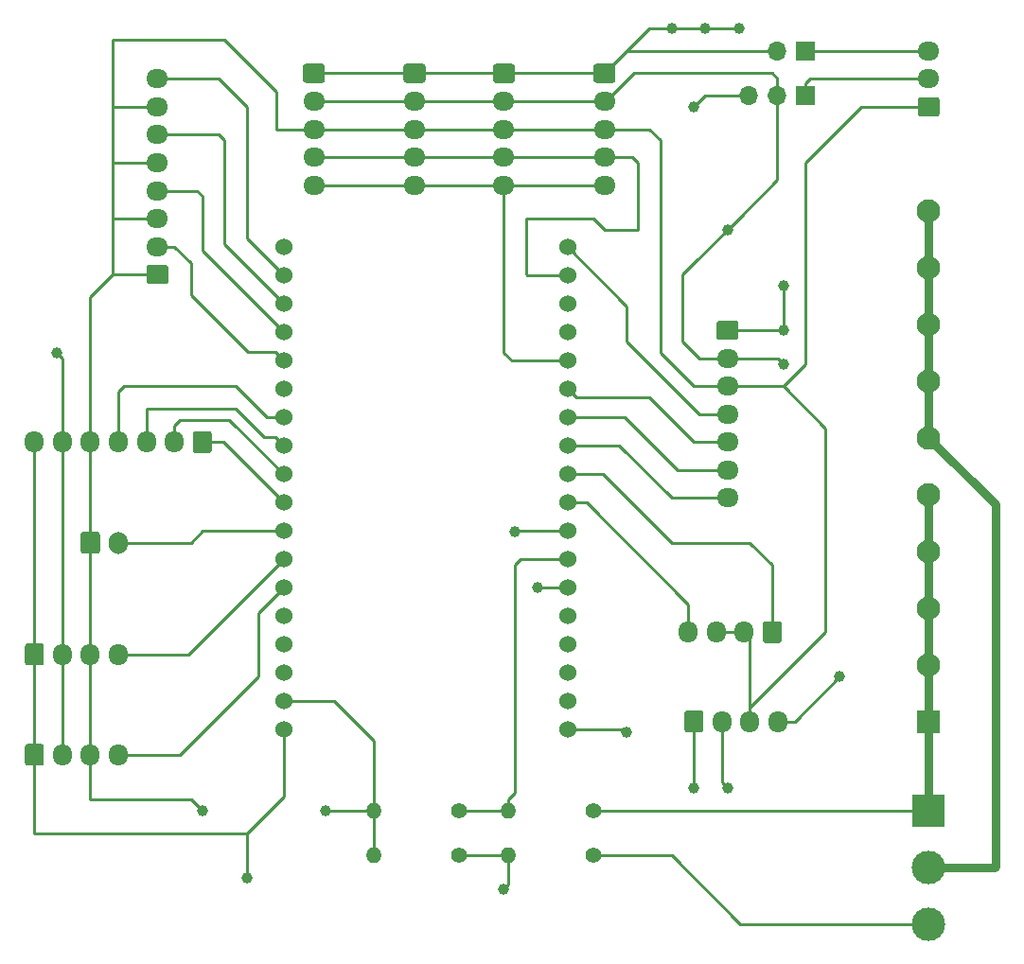
<source format=gbr>
G04 #@! TF.GenerationSoftware,KiCad,Pcbnew,(5.1.2)-2*
G04 #@! TF.CreationDate,2023-01-01T21:34:04+01:00*
G04 #@! TF.ProjectId,greenhouse,67726565-6e68-46f7-9573-652e6b696361,rev?*
G04 #@! TF.SameCoordinates,Original*
G04 #@! TF.FileFunction,Copper,L1,Top*
G04 #@! TF.FilePolarity,Positive*
%FSLAX46Y46*%
G04 Gerber Fmt 4.6, Leading zero omitted, Abs format (unit mm)*
G04 Created by KiCad (PCBNEW (5.1.2)-2) date 2023-01-01 21:34:04*
%MOMM*%
%LPD*%
G04 APERTURE LIST*
%ADD10O,1.700000X1.950000*%
%ADD11C,0.100000*%
%ADD12C,1.700000*%
%ADD13O,1.950000X1.700000*%
%ADD14O,1.400000X1.400000*%
%ADD15C,1.400000*%
%ADD16O,1.700000X1.700000*%
%ADD17R,1.700000X1.700000*%
%ADD18C,1.524000*%
%ADD19C,2.100000*%
%ADD20R,2.100000X2.100000*%
%ADD21O,1.700000X2.000000*%
%ADD22C,3.000000*%
%ADD23R,3.000000X3.000000*%
%ADD24C,1.000000*%
%ADD25C,0.250000*%
%ADD26C,0.800000*%
G04 APERTURE END LIST*
D10*
X175500000Y-121000000D03*
X173000000Y-121000000D03*
X170500000Y-121000000D03*
D11*
G36*
X168624504Y-120026204D02*
G01*
X168648773Y-120029804D01*
X168672571Y-120035765D01*
X168695671Y-120044030D01*
X168717849Y-120054520D01*
X168738893Y-120067133D01*
X168758598Y-120081747D01*
X168776777Y-120098223D01*
X168793253Y-120116402D01*
X168807867Y-120136107D01*
X168820480Y-120157151D01*
X168830970Y-120179329D01*
X168839235Y-120202429D01*
X168845196Y-120226227D01*
X168848796Y-120250496D01*
X168850000Y-120275000D01*
X168850000Y-121725000D01*
X168848796Y-121749504D01*
X168845196Y-121773773D01*
X168839235Y-121797571D01*
X168830970Y-121820671D01*
X168820480Y-121842849D01*
X168807867Y-121863893D01*
X168793253Y-121883598D01*
X168776777Y-121901777D01*
X168758598Y-121918253D01*
X168738893Y-121932867D01*
X168717849Y-121945480D01*
X168695671Y-121955970D01*
X168672571Y-121964235D01*
X168648773Y-121970196D01*
X168624504Y-121973796D01*
X168600000Y-121975000D01*
X167400000Y-121975000D01*
X167375496Y-121973796D01*
X167351227Y-121970196D01*
X167327429Y-121964235D01*
X167304329Y-121955970D01*
X167282151Y-121945480D01*
X167261107Y-121932867D01*
X167241402Y-121918253D01*
X167223223Y-121901777D01*
X167206747Y-121883598D01*
X167192133Y-121863893D01*
X167179520Y-121842849D01*
X167169030Y-121820671D01*
X167160765Y-121797571D01*
X167154804Y-121773773D01*
X167151204Y-121749504D01*
X167150000Y-121725000D01*
X167150000Y-120275000D01*
X167151204Y-120250496D01*
X167154804Y-120226227D01*
X167160765Y-120202429D01*
X167169030Y-120179329D01*
X167179520Y-120157151D01*
X167192133Y-120136107D01*
X167206747Y-120116402D01*
X167223223Y-120098223D01*
X167241402Y-120081747D01*
X167261107Y-120067133D01*
X167282151Y-120054520D01*
X167304329Y-120044030D01*
X167327429Y-120035765D01*
X167351227Y-120029804D01*
X167375496Y-120026204D01*
X167400000Y-120025000D01*
X168600000Y-120025000D01*
X168624504Y-120026204D01*
X168624504Y-120026204D01*
G37*
D12*
X168000000Y-121000000D03*
D13*
X120000000Y-63500000D03*
X120000000Y-66000000D03*
X120000000Y-68500000D03*
X120000000Y-71000000D03*
X120000000Y-73500000D03*
X120000000Y-76000000D03*
X120000000Y-78500000D03*
D11*
G36*
X120749504Y-80151204D02*
G01*
X120773773Y-80154804D01*
X120797571Y-80160765D01*
X120820671Y-80169030D01*
X120842849Y-80179520D01*
X120863893Y-80192133D01*
X120883598Y-80206747D01*
X120901777Y-80223223D01*
X120918253Y-80241402D01*
X120932867Y-80261107D01*
X120945480Y-80282151D01*
X120955970Y-80304329D01*
X120964235Y-80327429D01*
X120970196Y-80351227D01*
X120973796Y-80375496D01*
X120975000Y-80400000D01*
X120975000Y-81600000D01*
X120973796Y-81624504D01*
X120970196Y-81648773D01*
X120964235Y-81672571D01*
X120955970Y-81695671D01*
X120945480Y-81717849D01*
X120932867Y-81738893D01*
X120918253Y-81758598D01*
X120901777Y-81776777D01*
X120883598Y-81793253D01*
X120863893Y-81807867D01*
X120842849Y-81820480D01*
X120820671Y-81830970D01*
X120797571Y-81839235D01*
X120773773Y-81845196D01*
X120749504Y-81848796D01*
X120725000Y-81850000D01*
X119275000Y-81850000D01*
X119250496Y-81848796D01*
X119226227Y-81845196D01*
X119202429Y-81839235D01*
X119179329Y-81830970D01*
X119157151Y-81820480D01*
X119136107Y-81807867D01*
X119116402Y-81793253D01*
X119098223Y-81776777D01*
X119081747Y-81758598D01*
X119067133Y-81738893D01*
X119054520Y-81717849D01*
X119044030Y-81695671D01*
X119035765Y-81672571D01*
X119029804Y-81648773D01*
X119026204Y-81624504D01*
X119025000Y-81600000D01*
X119025000Y-80400000D01*
X119026204Y-80375496D01*
X119029804Y-80351227D01*
X119035765Y-80327429D01*
X119044030Y-80304329D01*
X119054520Y-80282151D01*
X119067133Y-80261107D01*
X119081747Y-80241402D01*
X119098223Y-80223223D01*
X119116402Y-80206747D01*
X119136107Y-80192133D01*
X119157151Y-80179520D01*
X119179329Y-80169030D01*
X119202429Y-80160765D01*
X119226227Y-80154804D01*
X119250496Y-80151204D01*
X119275000Y-80150000D01*
X120725000Y-80150000D01*
X120749504Y-80151204D01*
X120749504Y-80151204D01*
G37*
D12*
X120000000Y-81000000D03*
D14*
X151380000Y-133000000D03*
D15*
X159000000Y-133000000D03*
D16*
X172920000Y-65000000D03*
X175460000Y-65000000D03*
D17*
X178000000Y-65000000D03*
D13*
X189000000Y-61000000D03*
X189000000Y-63500000D03*
D11*
G36*
X189749504Y-65151204D02*
G01*
X189773773Y-65154804D01*
X189797571Y-65160765D01*
X189820671Y-65169030D01*
X189842849Y-65179520D01*
X189863893Y-65192133D01*
X189883598Y-65206747D01*
X189901777Y-65223223D01*
X189918253Y-65241402D01*
X189932867Y-65261107D01*
X189945480Y-65282151D01*
X189955970Y-65304329D01*
X189964235Y-65327429D01*
X189970196Y-65351227D01*
X189973796Y-65375496D01*
X189975000Y-65400000D01*
X189975000Y-66600000D01*
X189973796Y-66624504D01*
X189970196Y-66648773D01*
X189964235Y-66672571D01*
X189955970Y-66695671D01*
X189945480Y-66717849D01*
X189932867Y-66738893D01*
X189918253Y-66758598D01*
X189901777Y-66776777D01*
X189883598Y-66793253D01*
X189863893Y-66807867D01*
X189842849Y-66820480D01*
X189820671Y-66830970D01*
X189797571Y-66839235D01*
X189773773Y-66845196D01*
X189749504Y-66848796D01*
X189725000Y-66850000D01*
X188275000Y-66850000D01*
X188250496Y-66848796D01*
X188226227Y-66845196D01*
X188202429Y-66839235D01*
X188179329Y-66830970D01*
X188157151Y-66820480D01*
X188136107Y-66807867D01*
X188116402Y-66793253D01*
X188098223Y-66776777D01*
X188081747Y-66758598D01*
X188067133Y-66738893D01*
X188054520Y-66717849D01*
X188044030Y-66695671D01*
X188035765Y-66672571D01*
X188029804Y-66648773D01*
X188026204Y-66624504D01*
X188025000Y-66600000D01*
X188025000Y-65400000D01*
X188026204Y-65375496D01*
X188029804Y-65351227D01*
X188035765Y-65327429D01*
X188044030Y-65304329D01*
X188054520Y-65282151D01*
X188067133Y-65261107D01*
X188081747Y-65241402D01*
X188098223Y-65223223D01*
X188116402Y-65206747D01*
X188136107Y-65192133D01*
X188157151Y-65179520D01*
X188179329Y-65169030D01*
X188202429Y-65160765D01*
X188226227Y-65154804D01*
X188250496Y-65151204D01*
X188275000Y-65150000D01*
X189725000Y-65150000D01*
X189749504Y-65151204D01*
X189749504Y-65151204D01*
G37*
D12*
X189000000Y-66000000D03*
D18*
X131300000Y-121720000D03*
X156700000Y-121720000D03*
X156700000Y-119180000D03*
X131300000Y-119180000D03*
X156700000Y-78540000D03*
X156700000Y-81080000D03*
X156700000Y-83620000D03*
X156700000Y-86160000D03*
X156700000Y-88700000D03*
X156700000Y-91240000D03*
X156700000Y-93780000D03*
X156700000Y-96320000D03*
X156700000Y-98860000D03*
X156700000Y-101400000D03*
X156700000Y-103940000D03*
X156700000Y-106480000D03*
X156700000Y-109020000D03*
X156700000Y-111560000D03*
X156700000Y-114100000D03*
X156700000Y-116640000D03*
X131300000Y-116640000D03*
X131300000Y-114100000D03*
X131300000Y-111560000D03*
X131300000Y-109020000D03*
X131300000Y-106480000D03*
X131300000Y-103940000D03*
X131300000Y-101400000D03*
X131300000Y-98860000D03*
X131300000Y-96320000D03*
X131300000Y-93780000D03*
X131300000Y-91240000D03*
X131300000Y-88700000D03*
X131300000Y-86160000D03*
X131300000Y-83620000D03*
X131300000Y-81080000D03*
X131300000Y-78540000D03*
D16*
X175460000Y-61000000D03*
D17*
X178000000Y-61000000D03*
D14*
X139380000Y-133000000D03*
D15*
X147000000Y-133000000D03*
D14*
X139380000Y-129000000D03*
D15*
X147000000Y-129000000D03*
D14*
X151380000Y-129000000D03*
D15*
X159000000Y-129000000D03*
D19*
X189000000Y-75280000D03*
X189000000Y-80360000D03*
X189000000Y-85440000D03*
X189000000Y-90520000D03*
X189000000Y-95600000D03*
X189000000Y-100680000D03*
X189000000Y-105760000D03*
X189000000Y-110840000D03*
X189000000Y-115920000D03*
D20*
X189000000Y-121000000D03*
D13*
X160000000Y-73000000D03*
X160000000Y-70500000D03*
X160000000Y-68000000D03*
X160000000Y-65500000D03*
D11*
G36*
X160749504Y-62151204D02*
G01*
X160773773Y-62154804D01*
X160797571Y-62160765D01*
X160820671Y-62169030D01*
X160842849Y-62179520D01*
X160863893Y-62192133D01*
X160883598Y-62206747D01*
X160901777Y-62223223D01*
X160918253Y-62241402D01*
X160932867Y-62261107D01*
X160945480Y-62282151D01*
X160955970Y-62304329D01*
X160964235Y-62327429D01*
X160970196Y-62351227D01*
X160973796Y-62375496D01*
X160975000Y-62400000D01*
X160975000Y-63600000D01*
X160973796Y-63624504D01*
X160970196Y-63648773D01*
X160964235Y-63672571D01*
X160955970Y-63695671D01*
X160945480Y-63717849D01*
X160932867Y-63738893D01*
X160918253Y-63758598D01*
X160901777Y-63776777D01*
X160883598Y-63793253D01*
X160863893Y-63807867D01*
X160842849Y-63820480D01*
X160820671Y-63830970D01*
X160797571Y-63839235D01*
X160773773Y-63845196D01*
X160749504Y-63848796D01*
X160725000Y-63850000D01*
X159275000Y-63850000D01*
X159250496Y-63848796D01*
X159226227Y-63845196D01*
X159202429Y-63839235D01*
X159179329Y-63830970D01*
X159157151Y-63820480D01*
X159136107Y-63807867D01*
X159116402Y-63793253D01*
X159098223Y-63776777D01*
X159081747Y-63758598D01*
X159067133Y-63738893D01*
X159054520Y-63717849D01*
X159044030Y-63695671D01*
X159035765Y-63672571D01*
X159029804Y-63648773D01*
X159026204Y-63624504D01*
X159025000Y-63600000D01*
X159025000Y-62400000D01*
X159026204Y-62375496D01*
X159029804Y-62351227D01*
X159035765Y-62327429D01*
X159044030Y-62304329D01*
X159054520Y-62282151D01*
X159067133Y-62261107D01*
X159081747Y-62241402D01*
X159098223Y-62223223D01*
X159116402Y-62206747D01*
X159136107Y-62192133D01*
X159157151Y-62179520D01*
X159179329Y-62169030D01*
X159202429Y-62160765D01*
X159226227Y-62154804D01*
X159250496Y-62151204D01*
X159275000Y-62150000D01*
X160725000Y-62150000D01*
X160749504Y-62151204D01*
X160749504Y-62151204D01*
G37*
D12*
X160000000Y-63000000D03*
D13*
X134000000Y-73000000D03*
X134000000Y-70500000D03*
X134000000Y-68000000D03*
X134000000Y-65500000D03*
D11*
G36*
X134749504Y-62151204D02*
G01*
X134773773Y-62154804D01*
X134797571Y-62160765D01*
X134820671Y-62169030D01*
X134842849Y-62179520D01*
X134863893Y-62192133D01*
X134883598Y-62206747D01*
X134901777Y-62223223D01*
X134918253Y-62241402D01*
X134932867Y-62261107D01*
X134945480Y-62282151D01*
X134955970Y-62304329D01*
X134964235Y-62327429D01*
X134970196Y-62351227D01*
X134973796Y-62375496D01*
X134975000Y-62400000D01*
X134975000Y-63600000D01*
X134973796Y-63624504D01*
X134970196Y-63648773D01*
X134964235Y-63672571D01*
X134955970Y-63695671D01*
X134945480Y-63717849D01*
X134932867Y-63738893D01*
X134918253Y-63758598D01*
X134901777Y-63776777D01*
X134883598Y-63793253D01*
X134863893Y-63807867D01*
X134842849Y-63820480D01*
X134820671Y-63830970D01*
X134797571Y-63839235D01*
X134773773Y-63845196D01*
X134749504Y-63848796D01*
X134725000Y-63850000D01*
X133275000Y-63850000D01*
X133250496Y-63848796D01*
X133226227Y-63845196D01*
X133202429Y-63839235D01*
X133179329Y-63830970D01*
X133157151Y-63820480D01*
X133136107Y-63807867D01*
X133116402Y-63793253D01*
X133098223Y-63776777D01*
X133081747Y-63758598D01*
X133067133Y-63738893D01*
X133054520Y-63717849D01*
X133044030Y-63695671D01*
X133035765Y-63672571D01*
X133029804Y-63648773D01*
X133026204Y-63624504D01*
X133025000Y-63600000D01*
X133025000Y-62400000D01*
X133026204Y-62375496D01*
X133029804Y-62351227D01*
X133035765Y-62327429D01*
X133044030Y-62304329D01*
X133054520Y-62282151D01*
X133067133Y-62261107D01*
X133081747Y-62241402D01*
X133098223Y-62223223D01*
X133116402Y-62206747D01*
X133136107Y-62192133D01*
X133157151Y-62179520D01*
X133179329Y-62169030D01*
X133202429Y-62160765D01*
X133226227Y-62154804D01*
X133250496Y-62151204D01*
X133275000Y-62150000D01*
X134725000Y-62150000D01*
X134749504Y-62151204D01*
X134749504Y-62151204D01*
G37*
D12*
X134000000Y-63000000D03*
D13*
X151000000Y-73000000D03*
X151000000Y-70500000D03*
X151000000Y-68000000D03*
X151000000Y-65500000D03*
D11*
G36*
X151749504Y-62151204D02*
G01*
X151773773Y-62154804D01*
X151797571Y-62160765D01*
X151820671Y-62169030D01*
X151842849Y-62179520D01*
X151863893Y-62192133D01*
X151883598Y-62206747D01*
X151901777Y-62223223D01*
X151918253Y-62241402D01*
X151932867Y-62261107D01*
X151945480Y-62282151D01*
X151955970Y-62304329D01*
X151964235Y-62327429D01*
X151970196Y-62351227D01*
X151973796Y-62375496D01*
X151975000Y-62400000D01*
X151975000Y-63600000D01*
X151973796Y-63624504D01*
X151970196Y-63648773D01*
X151964235Y-63672571D01*
X151955970Y-63695671D01*
X151945480Y-63717849D01*
X151932867Y-63738893D01*
X151918253Y-63758598D01*
X151901777Y-63776777D01*
X151883598Y-63793253D01*
X151863893Y-63807867D01*
X151842849Y-63820480D01*
X151820671Y-63830970D01*
X151797571Y-63839235D01*
X151773773Y-63845196D01*
X151749504Y-63848796D01*
X151725000Y-63850000D01*
X150275000Y-63850000D01*
X150250496Y-63848796D01*
X150226227Y-63845196D01*
X150202429Y-63839235D01*
X150179329Y-63830970D01*
X150157151Y-63820480D01*
X150136107Y-63807867D01*
X150116402Y-63793253D01*
X150098223Y-63776777D01*
X150081747Y-63758598D01*
X150067133Y-63738893D01*
X150054520Y-63717849D01*
X150044030Y-63695671D01*
X150035765Y-63672571D01*
X150029804Y-63648773D01*
X150026204Y-63624504D01*
X150025000Y-63600000D01*
X150025000Y-62400000D01*
X150026204Y-62375496D01*
X150029804Y-62351227D01*
X150035765Y-62327429D01*
X150044030Y-62304329D01*
X150054520Y-62282151D01*
X150067133Y-62261107D01*
X150081747Y-62241402D01*
X150098223Y-62223223D01*
X150116402Y-62206747D01*
X150136107Y-62192133D01*
X150157151Y-62179520D01*
X150179329Y-62169030D01*
X150202429Y-62160765D01*
X150226227Y-62154804D01*
X150250496Y-62151204D01*
X150275000Y-62150000D01*
X151725000Y-62150000D01*
X151749504Y-62151204D01*
X151749504Y-62151204D01*
G37*
D12*
X151000000Y-63000000D03*
D10*
X116500000Y-115000000D03*
X114000000Y-115000000D03*
X111500000Y-115000000D03*
D11*
G36*
X109624504Y-114026204D02*
G01*
X109648773Y-114029804D01*
X109672571Y-114035765D01*
X109695671Y-114044030D01*
X109717849Y-114054520D01*
X109738893Y-114067133D01*
X109758598Y-114081747D01*
X109776777Y-114098223D01*
X109793253Y-114116402D01*
X109807867Y-114136107D01*
X109820480Y-114157151D01*
X109830970Y-114179329D01*
X109839235Y-114202429D01*
X109845196Y-114226227D01*
X109848796Y-114250496D01*
X109850000Y-114275000D01*
X109850000Y-115725000D01*
X109848796Y-115749504D01*
X109845196Y-115773773D01*
X109839235Y-115797571D01*
X109830970Y-115820671D01*
X109820480Y-115842849D01*
X109807867Y-115863893D01*
X109793253Y-115883598D01*
X109776777Y-115901777D01*
X109758598Y-115918253D01*
X109738893Y-115932867D01*
X109717849Y-115945480D01*
X109695671Y-115955970D01*
X109672571Y-115964235D01*
X109648773Y-115970196D01*
X109624504Y-115973796D01*
X109600000Y-115975000D01*
X108400000Y-115975000D01*
X108375496Y-115973796D01*
X108351227Y-115970196D01*
X108327429Y-115964235D01*
X108304329Y-115955970D01*
X108282151Y-115945480D01*
X108261107Y-115932867D01*
X108241402Y-115918253D01*
X108223223Y-115901777D01*
X108206747Y-115883598D01*
X108192133Y-115863893D01*
X108179520Y-115842849D01*
X108169030Y-115820671D01*
X108160765Y-115797571D01*
X108154804Y-115773773D01*
X108151204Y-115749504D01*
X108150000Y-115725000D01*
X108150000Y-114275000D01*
X108151204Y-114250496D01*
X108154804Y-114226227D01*
X108160765Y-114202429D01*
X108169030Y-114179329D01*
X108179520Y-114157151D01*
X108192133Y-114136107D01*
X108206747Y-114116402D01*
X108223223Y-114098223D01*
X108241402Y-114081747D01*
X108261107Y-114067133D01*
X108282151Y-114054520D01*
X108304329Y-114044030D01*
X108327429Y-114035765D01*
X108351227Y-114029804D01*
X108375496Y-114026204D01*
X108400000Y-114025000D01*
X109600000Y-114025000D01*
X109624504Y-114026204D01*
X109624504Y-114026204D01*
G37*
D12*
X109000000Y-115000000D03*
D21*
X116500000Y-105000000D03*
D11*
G36*
X114624504Y-104001204D02*
G01*
X114648773Y-104004804D01*
X114672571Y-104010765D01*
X114695671Y-104019030D01*
X114717849Y-104029520D01*
X114738893Y-104042133D01*
X114758598Y-104056747D01*
X114776777Y-104073223D01*
X114793253Y-104091402D01*
X114807867Y-104111107D01*
X114820480Y-104132151D01*
X114830970Y-104154329D01*
X114839235Y-104177429D01*
X114845196Y-104201227D01*
X114848796Y-104225496D01*
X114850000Y-104250000D01*
X114850000Y-105750000D01*
X114848796Y-105774504D01*
X114845196Y-105798773D01*
X114839235Y-105822571D01*
X114830970Y-105845671D01*
X114820480Y-105867849D01*
X114807867Y-105888893D01*
X114793253Y-105908598D01*
X114776777Y-105926777D01*
X114758598Y-105943253D01*
X114738893Y-105957867D01*
X114717849Y-105970480D01*
X114695671Y-105980970D01*
X114672571Y-105989235D01*
X114648773Y-105995196D01*
X114624504Y-105998796D01*
X114600000Y-106000000D01*
X113400000Y-106000000D01*
X113375496Y-105998796D01*
X113351227Y-105995196D01*
X113327429Y-105989235D01*
X113304329Y-105980970D01*
X113282151Y-105970480D01*
X113261107Y-105957867D01*
X113241402Y-105943253D01*
X113223223Y-105926777D01*
X113206747Y-105908598D01*
X113192133Y-105888893D01*
X113179520Y-105867849D01*
X113169030Y-105845671D01*
X113160765Y-105822571D01*
X113154804Y-105798773D01*
X113151204Y-105774504D01*
X113150000Y-105750000D01*
X113150000Y-104250000D01*
X113151204Y-104225496D01*
X113154804Y-104201227D01*
X113160765Y-104177429D01*
X113169030Y-104154329D01*
X113179520Y-104132151D01*
X113192133Y-104111107D01*
X113206747Y-104091402D01*
X113223223Y-104073223D01*
X113241402Y-104056747D01*
X113261107Y-104042133D01*
X113282151Y-104029520D01*
X113304329Y-104019030D01*
X113327429Y-104010765D01*
X113351227Y-104004804D01*
X113375496Y-104001204D01*
X113400000Y-104000000D01*
X114600000Y-104000000D01*
X114624504Y-104001204D01*
X114624504Y-104001204D01*
G37*
D12*
X114000000Y-105000000D03*
D22*
X189000000Y-139160000D03*
X189000000Y-134080000D03*
D23*
X189000000Y-129000000D03*
D13*
X171000000Y-101000000D03*
X171000000Y-98500000D03*
X171000000Y-96000000D03*
X171000000Y-93500000D03*
X171000000Y-91000000D03*
X171000000Y-88500000D03*
D11*
G36*
X171749504Y-85151204D02*
G01*
X171773773Y-85154804D01*
X171797571Y-85160765D01*
X171820671Y-85169030D01*
X171842849Y-85179520D01*
X171863893Y-85192133D01*
X171883598Y-85206747D01*
X171901777Y-85223223D01*
X171918253Y-85241402D01*
X171932867Y-85261107D01*
X171945480Y-85282151D01*
X171955970Y-85304329D01*
X171964235Y-85327429D01*
X171970196Y-85351227D01*
X171973796Y-85375496D01*
X171975000Y-85400000D01*
X171975000Y-86600000D01*
X171973796Y-86624504D01*
X171970196Y-86648773D01*
X171964235Y-86672571D01*
X171955970Y-86695671D01*
X171945480Y-86717849D01*
X171932867Y-86738893D01*
X171918253Y-86758598D01*
X171901777Y-86776777D01*
X171883598Y-86793253D01*
X171863893Y-86807867D01*
X171842849Y-86820480D01*
X171820671Y-86830970D01*
X171797571Y-86839235D01*
X171773773Y-86845196D01*
X171749504Y-86848796D01*
X171725000Y-86850000D01*
X170275000Y-86850000D01*
X170250496Y-86848796D01*
X170226227Y-86845196D01*
X170202429Y-86839235D01*
X170179329Y-86830970D01*
X170157151Y-86820480D01*
X170136107Y-86807867D01*
X170116402Y-86793253D01*
X170098223Y-86776777D01*
X170081747Y-86758598D01*
X170067133Y-86738893D01*
X170054520Y-86717849D01*
X170044030Y-86695671D01*
X170035765Y-86672571D01*
X170029804Y-86648773D01*
X170026204Y-86624504D01*
X170025000Y-86600000D01*
X170025000Y-85400000D01*
X170026204Y-85375496D01*
X170029804Y-85351227D01*
X170035765Y-85327429D01*
X170044030Y-85304329D01*
X170054520Y-85282151D01*
X170067133Y-85261107D01*
X170081747Y-85241402D01*
X170098223Y-85223223D01*
X170116402Y-85206747D01*
X170136107Y-85192133D01*
X170157151Y-85179520D01*
X170179329Y-85169030D01*
X170202429Y-85160765D01*
X170226227Y-85154804D01*
X170250496Y-85151204D01*
X170275000Y-85150000D01*
X171725000Y-85150000D01*
X171749504Y-85151204D01*
X171749504Y-85151204D01*
G37*
D12*
X171000000Y-86000000D03*
D10*
X167500000Y-113000000D03*
X170000000Y-113000000D03*
X172500000Y-113000000D03*
D11*
G36*
X175624504Y-112026204D02*
G01*
X175648773Y-112029804D01*
X175672571Y-112035765D01*
X175695671Y-112044030D01*
X175717849Y-112054520D01*
X175738893Y-112067133D01*
X175758598Y-112081747D01*
X175776777Y-112098223D01*
X175793253Y-112116402D01*
X175807867Y-112136107D01*
X175820480Y-112157151D01*
X175830970Y-112179329D01*
X175839235Y-112202429D01*
X175845196Y-112226227D01*
X175848796Y-112250496D01*
X175850000Y-112275000D01*
X175850000Y-113725000D01*
X175848796Y-113749504D01*
X175845196Y-113773773D01*
X175839235Y-113797571D01*
X175830970Y-113820671D01*
X175820480Y-113842849D01*
X175807867Y-113863893D01*
X175793253Y-113883598D01*
X175776777Y-113901777D01*
X175758598Y-113918253D01*
X175738893Y-113932867D01*
X175717849Y-113945480D01*
X175695671Y-113955970D01*
X175672571Y-113964235D01*
X175648773Y-113970196D01*
X175624504Y-113973796D01*
X175600000Y-113975000D01*
X174400000Y-113975000D01*
X174375496Y-113973796D01*
X174351227Y-113970196D01*
X174327429Y-113964235D01*
X174304329Y-113955970D01*
X174282151Y-113945480D01*
X174261107Y-113932867D01*
X174241402Y-113918253D01*
X174223223Y-113901777D01*
X174206747Y-113883598D01*
X174192133Y-113863893D01*
X174179520Y-113842849D01*
X174169030Y-113820671D01*
X174160765Y-113797571D01*
X174154804Y-113773773D01*
X174151204Y-113749504D01*
X174150000Y-113725000D01*
X174150000Y-112275000D01*
X174151204Y-112250496D01*
X174154804Y-112226227D01*
X174160765Y-112202429D01*
X174169030Y-112179329D01*
X174179520Y-112157151D01*
X174192133Y-112136107D01*
X174206747Y-112116402D01*
X174223223Y-112098223D01*
X174241402Y-112081747D01*
X174261107Y-112067133D01*
X174282151Y-112054520D01*
X174304329Y-112044030D01*
X174327429Y-112035765D01*
X174351227Y-112029804D01*
X174375496Y-112026204D01*
X174400000Y-112025000D01*
X175600000Y-112025000D01*
X175624504Y-112026204D01*
X175624504Y-112026204D01*
G37*
D12*
X175000000Y-113000000D03*
D10*
X116500000Y-124000000D03*
X114000000Y-124000000D03*
X111500000Y-124000000D03*
D11*
G36*
X109624504Y-123026204D02*
G01*
X109648773Y-123029804D01*
X109672571Y-123035765D01*
X109695671Y-123044030D01*
X109717849Y-123054520D01*
X109738893Y-123067133D01*
X109758598Y-123081747D01*
X109776777Y-123098223D01*
X109793253Y-123116402D01*
X109807867Y-123136107D01*
X109820480Y-123157151D01*
X109830970Y-123179329D01*
X109839235Y-123202429D01*
X109845196Y-123226227D01*
X109848796Y-123250496D01*
X109850000Y-123275000D01*
X109850000Y-124725000D01*
X109848796Y-124749504D01*
X109845196Y-124773773D01*
X109839235Y-124797571D01*
X109830970Y-124820671D01*
X109820480Y-124842849D01*
X109807867Y-124863893D01*
X109793253Y-124883598D01*
X109776777Y-124901777D01*
X109758598Y-124918253D01*
X109738893Y-124932867D01*
X109717849Y-124945480D01*
X109695671Y-124955970D01*
X109672571Y-124964235D01*
X109648773Y-124970196D01*
X109624504Y-124973796D01*
X109600000Y-124975000D01*
X108400000Y-124975000D01*
X108375496Y-124973796D01*
X108351227Y-124970196D01*
X108327429Y-124964235D01*
X108304329Y-124955970D01*
X108282151Y-124945480D01*
X108261107Y-124932867D01*
X108241402Y-124918253D01*
X108223223Y-124901777D01*
X108206747Y-124883598D01*
X108192133Y-124863893D01*
X108179520Y-124842849D01*
X108169030Y-124820671D01*
X108160765Y-124797571D01*
X108154804Y-124773773D01*
X108151204Y-124749504D01*
X108150000Y-124725000D01*
X108150000Y-123275000D01*
X108151204Y-123250496D01*
X108154804Y-123226227D01*
X108160765Y-123202429D01*
X108169030Y-123179329D01*
X108179520Y-123157151D01*
X108192133Y-123136107D01*
X108206747Y-123116402D01*
X108223223Y-123098223D01*
X108241402Y-123081747D01*
X108261107Y-123067133D01*
X108282151Y-123054520D01*
X108304329Y-123044030D01*
X108327429Y-123035765D01*
X108351227Y-123029804D01*
X108375496Y-123026204D01*
X108400000Y-123025000D01*
X109600000Y-123025000D01*
X109624504Y-123026204D01*
X109624504Y-123026204D01*
G37*
D12*
X109000000Y-124000000D03*
D10*
X109000000Y-96000000D03*
X111500000Y-96000000D03*
X114000000Y-96000000D03*
X116500000Y-96000000D03*
X119000000Y-96000000D03*
X121500000Y-96000000D03*
D11*
G36*
X124624504Y-95026204D02*
G01*
X124648773Y-95029804D01*
X124672571Y-95035765D01*
X124695671Y-95044030D01*
X124717849Y-95054520D01*
X124738893Y-95067133D01*
X124758598Y-95081747D01*
X124776777Y-95098223D01*
X124793253Y-95116402D01*
X124807867Y-95136107D01*
X124820480Y-95157151D01*
X124830970Y-95179329D01*
X124839235Y-95202429D01*
X124845196Y-95226227D01*
X124848796Y-95250496D01*
X124850000Y-95275000D01*
X124850000Y-96725000D01*
X124848796Y-96749504D01*
X124845196Y-96773773D01*
X124839235Y-96797571D01*
X124830970Y-96820671D01*
X124820480Y-96842849D01*
X124807867Y-96863893D01*
X124793253Y-96883598D01*
X124776777Y-96901777D01*
X124758598Y-96918253D01*
X124738893Y-96932867D01*
X124717849Y-96945480D01*
X124695671Y-96955970D01*
X124672571Y-96964235D01*
X124648773Y-96970196D01*
X124624504Y-96973796D01*
X124600000Y-96975000D01*
X123400000Y-96975000D01*
X123375496Y-96973796D01*
X123351227Y-96970196D01*
X123327429Y-96964235D01*
X123304329Y-96955970D01*
X123282151Y-96945480D01*
X123261107Y-96932867D01*
X123241402Y-96918253D01*
X123223223Y-96901777D01*
X123206747Y-96883598D01*
X123192133Y-96863893D01*
X123179520Y-96842849D01*
X123169030Y-96820671D01*
X123160765Y-96797571D01*
X123154804Y-96773773D01*
X123151204Y-96749504D01*
X123150000Y-96725000D01*
X123150000Y-95275000D01*
X123151204Y-95250496D01*
X123154804Y-95226227D01*
X123160765Y-95202429D01*
X123169030Y-95179329D01*
X123179520Y-95157151D01*
X123192133Y-95136107D01*
X123206747Y-95116402D01*
X123223223Y-95098223D01*
X123241402Y-95081747D01*
X123261107Y-95067133D01*
X123282151Y-95054520D01*
X123304329Y-95044030D01*
X123327429Y-95035765D01*
X123351227Y-95029804D01*
X123375496Y-95026204D01*
X123400000Y-95025000D01*
X124600000Y-95025000D01*
X124624504Y-95026204D01*
X124624504Y-95026204D01*
G37*
D12*
X124000000Y-96000000D03*
D13*
X143000000Y-73000000D03*
X143000000Y-70500000D03*
X143000000Y-68000000D03*
X143000000Y-65500000D03*
D11*
G36*
X143749504Y-62151204D02*
G01*
X143773773Y-62154804D01*
X143797571Y-62160765D01*
X143820671Y-62169030D01*
X143842849Y-62179520D01*
X143863893Y-62192133D01*
X143883598Y-62206747D01*
X143901777Y-62223223D01*
X143918253Y-62241402D01*
X143932867Y-62261107D01*
X143945480Y-62282151D01*
X143955970Y-62304329D01*
X143964235Y-62327429D01*
X143970196Y-62351227D01*
X143973796Y-62375496D01*
X143975000Y-62400000D01*
X143975000Y-63600000D01*
X143973796Y-63624504D01*
X143970196Y-63648773D01*
X143964235Y-63672571D01*
X143955970Y-63695671D01*
X143945480Y-63717849D01*
X143932867Y-63738893D01*
X143918253Y-63758598D01*
X143901777Y-63776777D01*
X143883598Y-63793253D01*
X143863893Y-63807867D01*
X143842849Y-63820480D01*
X143820671Y-63830970D01*
X143797571Y-63839235D01*
X143773773Y-63845196D01*
X143749504Y-63848796D01*
X143725000Y-63850000D01*
X142275000Y-63850000D01*
X142250496Y-63848796D01*
X142226227Y-63845196D01*
X142202429Y-63839235D01*
X142179329Y-63830970D01*
X142157151Y-63820480D01*
X142136107Y-63807867D01*
X142116402Y-63793253D01*
X142098223Y-63776777D01*
X142081747Y-63758598D01*
X142067133Y-63738893D01*
X142054520Y-63717849D01*
X142044030Y-63695671D01*
X142035765Y-63672571D01*
X142029804Y-63648773D01*
X142026204Y-63624504D01*
X142025000Y-63600000D01*
X142025000Y-62400000D01*
X142026204Y-62375496D01*
X142029804Y-62351227D01*
X142035765Y-62327429D01*
X142044030Y-62304329D01*
X142054520Y-62282151D01*
X142067133Y-62261107D01*
X142081747Y-62241402D01*
X142098223Y-62223223D01*
X142116402Y-62206747D01*
X142136107Y-62192133D01*
X142157151Y-62179520D01*
X142179329Y-62169030D01*
X142202429Y-62160765D01*
X142226227Y-62154804D01*
X142250496Y-62151204D01*
X142275000Y-62150000D01*
X143725000Y-62150000D01*
X143749504Y-62151204D01*
X143749504Y-62151204D01*
G37*
D12*
X143000000Y-63000000D03*
D24*
X176000000Y-89000000D03*
X171000000Y-127000000D03*
X111000000Y-88000000D03*
X128000000Y-135000000D03*
X172000000Y-59000000D03*
X168000000Y-127000000D03*
X169000000Y-59000000D03*
X166000000Y-59000000D03*
X124000000Y-129000000D03*
X135000000Y-129000000D03*
X151000000Y-136000000D03*
X154000000Y-109000000D03*
X162000000Y-122000000D03*
X168000000Y-66000000D03*
X152000000Y-104000000D03*
X181000000Y-117000000D03*
X171000000Y-77000000D03*
X176000000Y-86000000D03*
X176000000Y-82000000D03*
D25*
X120000000Y-63500000D02*
X125500000Y-63500000D01*
X125500000Y-63500000D02*
X128000000Y-66000000D01*
X128000000Y-77780000D02*
X131300000Y-81080000D01*
X128000000Y-66000000D02*
X128000000Y-77780000D01*
X134000000Y-68000000D02*
X143000000Y-68000000D01*
X143000000Y-68000000D02*
X151000000Y-68000000D01*
X151000000Y-68000000D02*
X160000000Y-68000000D01*
X116000000Y-81000000D02*
X120000000Y-81000000D01*
X120000000Y-76000000D02*
X116000000Y-76000000D01*
X116000000Y-66000000D02*
X116000000Y-76000000D01*
X116000000Y-76000000D02*
X116000000Y-81000000D01*
X120000000Y-71000000D02*
X116000000Y-71000000D01*
X114000000Y-83000000D02*
X116000000Y-81000000D01*
X114000000Y-96000000D02*
X114000000Y-83000000D01*
X114000000Y-96000000D02*
X114000000Y-105000000D01*
X114000000Y-115000000D02*
X114000000Y-105000000D01*
X114000000Y-124000000D02*
X114000000Y-115000000D01*
X170000000Y-113000000D02*
X172500000Y-113000000D01*
X173000000Y-113500000D02*
X172500000Y-113000000D01*
X173000000Y-121000000D02*
X173000000Y-113500000D01*
X139380000Y-129000000D02*
X139380000Y-128010051D01*
X131300000Y-119180000D02*
X135820000Y-119180000D01*
X139380000Y-122740000D02*
X139380000Y-129000000D01*
X135820000Y-119180000D02*
X139380000Y-122740000D01*
X139380000Y-129989949D02*
X139380000Y-133000000D01*
X139380000Y-129000000D02*
X139380000Y-129989949D01*
X168000000Y-91000000D02*
X171000000Y-91000000D01*
X165000000Y-88000000D02*
X168000000Y-91000000D01*
X165000000Y-69000000D02*
X165000000Y-88000000D01*
X160000000Y-68000000D02*
X164000000Y-68000000D01*
X164000000Y-68000000D02*
X165000000Y-69000000D01*
X176000000Y-91000000D02*
X171000000Y-91000000D01*
X178000000Y-89000000D02*
X176000000Y-91000000D01*
X178000000Y-71000000D02*
X178000000Y-89000000D01*
X189000000Y-66000000D02*
X183000000Y-66000000D01*
X183000000Y-66000000D02*
X178000000Y-71000000D01*
X173000000Y-119775000D02*
X179775000Y-113000000D01*
X173000000Y-121000000D02*
X173000000Y-119775000D01*
X179775000Y-94775000D02*
X176000000Y-91000000D01*
X179775000Y-113000000D02*
X179775000Y-94775000D01*
X134000000Y-68000000D02*
X132775000Y-68000000D01*
X132775000Y-68000000D02*
X130636410Y-68000000D01*
X130636410Y-68000000D02*
X130636410Y-64636410D01*
X130636410Y-64636410D02*
X126000000Y-60000000D01*
X126000000Y-60000000D02*
X116000000Y-60000000D01*
X116000000Y-60000000D02*
X116000000Y-66000000D01*
X116000000Y-66000000D02*
X120000000Y-66000000D01*
X139380000Y-129000000D02*
X135000000Y-129000000D01*
X114000000Y-124000000D02*
X114000000Y-128000000D01*
X123000000Y-128000000D02*
X124000000Y-129000000D01*
X114000000Y-128000000D02*
X123000000Y-128000000D01*
X120000000Y-68500000D02*
X125500000Y-68500000D01*
X125500000Y-68500000D02*
X126000000Y-69000000D01*
X131300000Y-83620000D02*
X126000000Y-78320000D01*
X126000000Y-78320000D02*
X126000000Y-69000000D01*
X120000000Y-73500000D02*
X123500000Y-73500000D01*
X123500000Y-73500000D02*
X124000000Y-74000000D01*
X124000000Y-78860000D02*
X124000000Y-74000000D01*
X131300000Y-86160000D02*
X124000000Y-78860000D01*
X121500000Y-78500000D02*
X120000000Y-78500000D01*
X123000000Y-80000000D02*
X121500000Y-78500000D01*
X123000000Y-82876002D02*
X123000000Y-80000000D01*
X128061999Y-87938001D02*
X123000000Y-82876002D01*
X131300000Y-88700000D02*
X130538001Y-87938001D01*
X130538001Y-87938001D02*
X128061999Y-87938001D01*
X134000000Y-73000000D02*
X160000000Y-73000000D01*
X151700000Y-88700000D02*
X156700000Y-88700000D01*
X151000000Y-73000000D02*
X151000000Y-88000000D01*
X151000000Y-88000000D02*
X151700000Y-88700000D01*
X160000000Y-70500000D02*
X151000000Y-70500000D01*
X134000000Y-70500000D02*
X151000000Y-70500000D01*
X153080000Y-81080000D02*
X156700000Y-81080000D01*
X153000000Y-81000000D02*
X153080000Y-81080000D01*
X153000000Y-76000000D02*
X153000000Y-81000000D01*
X162500000Y-70500000D02*
X163000000Y-71000000D01*
X160000000Y-70500000D02*
X162500000Y-70500000D01*
X163000000Y-71000000D02*
X163000000Y-77000000D01*
X163000000Y-77000000D02*
X160000000Y-77000000D01*
X160000000Y-77000000D02*
X159000000Y-76000000D01*
X159000000Y-76000000D02*
X153000000Y-76000000D01*
X134000000Y-65500000D02*
X143000000Y-65500000D01*
X143000000Y-65500000D02*
X151000000Y-65500000D01*
X151000000Y-65500000D02*
X160000000Y-65500000D01*
X175460000Y-65000000D02*
X175460000Y-63460000D01*
X175460000Y-63460000D02*
X175000000Y-63000000D01*
X160125000Y-65500000D02*
X160000000Y-65500000D01*
X162625000Y-63000000D02*
X160125000Y-65500000D01*
X175000000Y-63000000D02*
X162625000Y-63000000D01*
X111500000Y-96000000D02*
X111500000Y-115000000D01*
X111500000Y-124000000D02*
X111500000Y-115000000D01*
X168500000Y-88500000D02*
X171000000Y-88500000D01*
X167000000Y-87000000D02*
X168500000Y-88500000D01*
X167000000Y-81000000D02*
X167000000Y-87000000D01*
X175460000Y-65000000D02*
X175460000Y-72540000D01*
X175460000Y-72540000D02*
X172000000Y-76000000D01*
X111500000Y-88500000D02*
X111000000Y-88000000D01*
X111500000Y-96000000D02*
X111500000Y-88500000D01*
X172000000Y-76000000D02*
X171000000Y-77000000D01*
X171000000Y-77000000D02*
X168000000Y-80000000D01*
X168000000Y-80000000D02*
X167000000Y-81000000D01*
X170500001Y-126500001D02*
X171000000Y-127000000D01*
X170500000Y-121000000D02*
X170500001Y-126500001D01*
X175500001Y-88500001D02*
X176000000Y-89000000D01*
X171000000Y-88500000D02*
X175500001Y-88500001D01*
X162000000Y-61000000D02*
X160000000Y-63000000D01*
X175460000Y-61000000D02*
X162000000Y-61000000D01*
X160000000Y-63000000D02*
X151000000Y-63000000D01*
X143000000Y-63000000D02*
X151000000Y-63000000D01*
X134000000Y-63000000D02*
X143000000Y-63000000D01*
X109000000Y-124000000D02*
X109000000Y-115000000D01*
X109000000Y-96000000D02*
X109000000Y-115000000D01*
X109000000Y-124000000D02*
X109000000Y-131000000D01*
X109000000Y-131000000D02*
X128000000Y-131000000D01*
X131300000Y-127700000D02*
X131300000Y-121720000D01*
X128000000Y-131000000D02*
X131300000Y-127700000D01*
X164000000Y-59000000D02*
X166000000Y-59000000D01*
X160000000Y-63000000D02*
X164000000Y-59000000D01*
X169000000Y-59000000D02*
X166000000Y-59000000D01*
X168000000Y-124000000D02*
X168000000Y-121000000D01*
X172000000Y-59000000D02*
X169000000Y-59000000D01*
X128000000Y-135000000D02*
X128000000Y-131000000D01*
X168000000Y-121000000D02*
X168000000Y-127000000D01*
X171000000Y-86000000D02*
X176000000Y-86000000D01*
X176000000Y-86000000D02*
X176000000Y-82000000D01*
X131300000Y-93780000D02*
X129780000Y-93780000D01*
X129780000Y-93780000D02*
X127000000Y-91000000D01*
X127000000Y-91000000D02*
X117000000Y-91000000D01*
X116500000Y-91500000D02*
X116500000Y-96000000D01*
X117000000Y-91000000D02*
X116500000Y-91500000D01*
X130538001Y-95558001D02*
X131300000Y-96320000D01*
X129558001Y-95558001D02*
X130538001Y-95558001D01*
X127000000Y-93000000D02*
X129558001Y-95558001D01*
X119000000Y-96000000D02*
X119000000Y-93000000D01*
X119000000Y-93000000D02*
X127000000Y-93000000D01*
X131300000Y-98860000D02*
X126440000Y-94000000D01*
X126440000Y-94000000D02*
X122000000Y-94000000D01*
X121500000Y-94500000D02*
X121500000Y-96000000D01*
X122000000Y-94000000D02*
X121500000Y-94500000D01*
X125900000Y-96000000D02*
X131300000Y-101400000D01*
X124000000Y-96000000D02*
X125900000Y-96000000D01*
X116500000Y-124000000D02*
X122000000Y-124000000D01*
X122000000Y-124000000D02*
X129000000Y-117000000D01*
X129000000Y-111320000D02*
X131300000Y-109020000D01*
X129000000Y-117000000D02*
X129000000Y-111320000D01*
X159860000Y-98860000D02*
X156700000Y-98860000D01*
X166000000Y-105000000D02*
X159860000Y-98860000D01*
X173000000Y-105000000D02*
X166000000Y-105000000D01*
X175000000Y-113000000D02*
X175000000Y-107000000D01*
X175000000Y-107000000D02*
X173000000Y-105000000D01*
X171000000Y-101000000D02*
X166000000Y-101000000D01*
X161320000Y-96320000D02*
X156700000Y-96320000D01*
X166000000Y-101000000D02*
X161320000Y-96320000D01*
X156700000Y-93780000D02*
X161780000Y-93780000D01*
X166500000Y-98500000D02*
X171000000Y-98500000D01*
X161780000Y-93780000D02*
X166500000Y-98500000D01*
X157461999Y-92001999D02*
X163998001Y-92001999D01*
X156700000Y-91240000D02*
X157461999Y-92001999D01*
X167996002Y-96000000D02*
X171000000Y-96000000D01*
X163998001Y-92001999D02*
X167996002Y-96000000D01*
X171000000Y-93500000D02*
X168500000Y-93500000D01*
X168500000Y-93500000D02*
X162000000Y-87000000D01*
X162000000Y-83840000D02*
X156700000Y-78540000D01*
X162000000Y-87000000D02*
X162000000Y-83840000D01*
X177000000Y-121000000D02*
X181000000Y-117000000D01*
X175500000Y-121000000D02*
X177000000Y-121000000D01*
X152060000Y-103940000D02*
X152000000Y-104000000D01*
X156700000Y-103940000D02*
X152060000Y-103940000D01*
D26*
X189000000Y-134080000D02*
X194920000Y-134080000D01*
D25*
X194920000Y-134080000D02*
X195000000Y-134000000D01*
D26*
X195000000Y-101600000D02*
X189000000Y-95600000D01*
X195000000Y-134000000D02*
X195000000Y-101600000D01*
X189000000Y-95600000D02*
X189000000Y-75280000D01*
D25*
X189000000Y-129000000D02*
X159000000Y-129000000D01*
D26*
X189000000Y-100680000D02*
X189000000Y-129000000D01*
D25*
X116500000Y-105000000D02*
X123000000Y-105000000D01*
X124060000Y-103940000D02*
X123000000Y-105000000D01*
X131300000Y-103940000D02*
X124060000Y-103940000D01*
X122780000Y-115000000D02*
X131300000Y-106480000D01*
X116500000Y-115000000D02*
X122780000Y-115000000D01*
X151380000Y-129000000D02*
X147000000Y-129000000D01*
X151380000Y-128010051D02*
X152000000Y-127390051D01*
X151380000Y-129000000D02*
X151380000Y-128010051D01*
X152000000Y-127390051D02*
X152000000Y-107000000D01*
X152520000Y-106480000D02*
X156700000Y-106480000D01*
X152000000Y-107000000D02*
X152520000Y-106480000D01*
X147000000Y-133000000D02*
X151380000Y-133000000D01*
X154020000Y-109020000D02*
X154000000Y-109000000D01*
X156700000Y-109020000D02*
X154020000Y-109020000D01*
X151380000Y-135620000D02*
X151000000Y-136000000D01*
X151380000Y-133000000D02*
X151380000Y-135620000D01*
X167500000Y-113000000D02*
X167500000Y-110500000D01*
X158400000Y-101400000D02*
X156700000Y-101400000D01*
X167500000Y-110500000D02*
X158400000Y-101400000D01*
X189000000Y-61000000D02*
X178000000Y-61000000D01*
X169000000Y-65000000D02*
X168000000Y-66000000D01*
X172920000Y-65000000D02*
X169000000Y-65000000D01*
X161720000Y-121720000D02*
X162000000Y-122000000D01*
X156700000Y-121720000D02*
X161720000Y-121720000D01*
X178000000Y-63900000D02*
X178000000Y-65000000D01*
X178400000Y-63500000D02*
X178000000Y-63900000D01*
X189000000Y-63500000D02*
X178400000Y-63500000D01*
X172160000Y-139160000D02*
X189000000Y-139160000D01*
X159000000Y-133000000D02*
X166000000Y-133000000D01*
X166000000Y-133000000D02*
X172160000Y-139160000D01*
M02*

</source>
